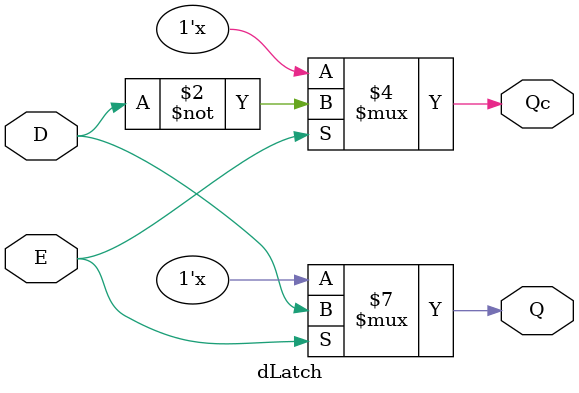
<source format=v>
`timescale 1ns / 1ps

module dLatch (
    input D, E,
    output reg Q, Qc
);

    always @(E or D) begin
        if (E) begin
            Q = D;
            Qc = ~D;
        end
        else begin
            Q = Q;
            Qc = Qc;
        end
    end
endmodule

</source>
